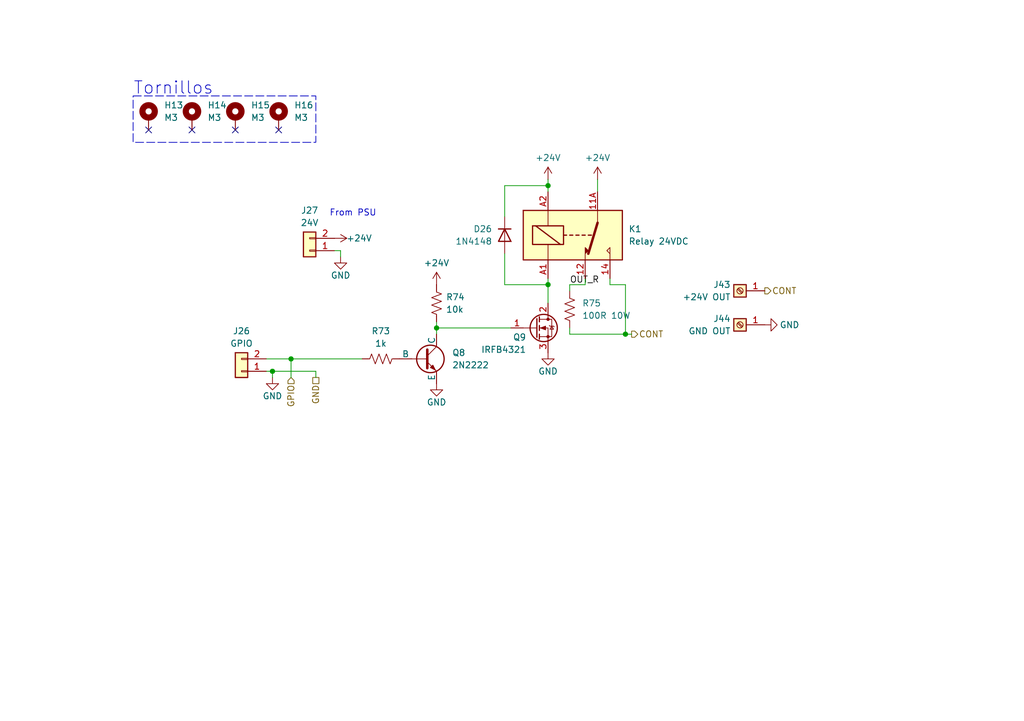
<source format=kicad_sch>
(kicad_sch (version 20250114) (generator "eeschema") (generator_version "9.0")
  (paper "A5")
  (lib_symbols
    (symbol "Connector:Screw_Terminal_01x01" (pin_names (offset 1.016) (hide yes))
      (property "Reference" "J" (at 0 2.54 0))
      (property "Value" "Screw_Terminal_01x01" (at 0 -2.54 0))
      (symbol "Screw_Terminal_01x01_1_1"
        (rectangle (start -1.27 1.27) (end 1.27 -1.27) (stroke (width 0.254)) (fill (type background)))
        (polyline (pts (xy -0.5334 0.3302) (xy 0.3302 -0.508)) (stroke (width 0.1524)))
        (polyline (pts (xy -0.3556 0.508) (xy 0.508 -0.3302)) (stroke (width 0.1524)))
        (circle (center 0 0) (radius 0.635) (stroke (width 0.1524)))
        (pin passive line (at -5.08 0 0) (length 3.81) (name "Pin_1") (number "1"))
      )
    )
    (symbol "Connector_Generic:Conn_01x02" (pin_names (offset 1.016) (hide yes))
      (property "Reference" "J" (at 0 2.54 0))
      (property "Value" "Conn_01x02" (at 0 -5.08 0))
      (symbol "Conn_01x02_1_1"
        (rectangle (start -1.27 1.27) (end 1.27 -3.81) (stroke (width 0.254)) (fill (type background)))
        (rectangle (start -1.27 0.127) (end 0 -0.127) (stroke (width 0.1524)))
        (rectangle (start -1.27 -2.413) (end 0 -2.667) (stroke (width 0.1524)))
        (pin passive line (at -5.08 0 0) (length 3.81) (name "Pin_1") (number "1"))
        (pin passive line (at -5.08 -2.54 0) (length 3.81) (name "Pin_2") (number "2"))
      )
    )
    (symbol "Device:Q_NMOS_GDS" (pin_names (offset 0) (hide yes))
      (property "Reference" "Q" (at 5.08 1.27 0))
      (property "Value" "Q_NMOS_GDS" (at 5.08 -1.27 0))
      (symbol "Q_NMOS_GDS_0_1"
        (polyline (pts (xy 0.254 1.905) (xy 0.254 -1.905)) (stroke (width 0.254)))
        (polyline (pts (xy 0.254 0) (xy -2.54 0)))
        (polyline (pts (xy 0.762 2.286) (xy 0.762 1.27)) (stroke (width 0.254)))
        (polyline (pts (xy 0.762 0.508) (xy 0.762 -0.508)) (stroke (width 0.254)))
        (polyline (pts (xy 0.762 -1.27) (xy 0.762 -2.286)) (stroke (width 0.254)))
        (polyline (pts (xy 0.762 -1.778) (xy 3.302 -1.778) (xy 3.302 1.778) (xy 0.762 1.778)))
        (polyline (pts (xy 1.016 0) (xy 2.032 0.381) (xy 2.032 -0.381) (xy 1.016 0)) (fill (type outline)))
        (circle (center 1.651 0) (radius 2.794) (stroke (width 0.254)))
        (polyline (pts (xy 2.54 2.54) (xy 2.54 1.778)))
        (circle (center 2.54 1.778) (radius 0.254) (fill (type outline)))
        (circle (center 2.54 -1.778) (radius 0.254) (fill (type outline)))
        (polyline (pts (xy 2.54 -2.54) (xy 2.54 0) (xy 0.762 0)))
        (polyline (pts (xy 2.794 0.508) (xy 2.921 0.381) (xy 3.683 0.381) (xy 3.81 0.254)))
        (polyline (pts (xy 3.302 0.381) (xy 2.921 -0.254) (xy 3.683 -0.254) (xy 3.302 0.381)))
      )
      (symbol "Q_NMOS_GDS_1_1"
        (pin input line (at -5.08 0 0) (length 2.54) (name "G") (number "1"))
        (pin passive line (at 2.54 5.08 270) (length 2.54) (name "D") (number "2"))
        (pin passive line (at 2.54 -5.08 90) (length 2.54) (name "S") (number "3"))
      )
    )
    (symbol "Device:R_US" (pin_numbers (hide yes)) (pin_names (offset 0))
      (property "Reference" "R" (at 2.54 0 90))
      (property "Value" "R_US" (at -2.54 0 90))
      (symbol "R_US_0_1"
        (polyline (pts (xy 0 2.286) (xy 0 2.54)))
        (polyline (pts (xy 0 2.286) (xy 1.016 1.905) (xy 0 1.524) (xy -1.016 1.143) (xy 0 0.762)))
        (polyline (pts (xy 0 0.762) (xy 1.016 0.381) (xy 0 0) (xy -1.016 -0.381) (xy 0 -0.762)))
        (polyline (pts (xy 0 -0.762) (xy 1.016 -1.143) (xy 0 -1.524) (xy -1.016 -1.905) (xy 0 -2.286)))
        (polyline (pts (xy 0 -2.286) (xy 0 -2.54)))
      )
      (symbol "R_US_1_1"
        (pin passive line (at 0 3.81 270) (length 1.27) (name "~") (number "1"))
        (pin passive line (at 0 -3.81 90) (length 1.27) (name "~") (number "2"))
      )
    )
    (symbol "Diode:1N4148" (pin_numbers (hide yes)) (pin_names (hide yes))
      (property "Reference" "D" (at 0 2.54 0))
      (property "Value" "1N4148" (at 0 -2.54 0))
      (symbol "1N4148_0_1"
        (polyline (pts (xy -1.27 1.27) (xy -1.27 -1.27)) (stroke (width 0.254)))
        (polyline (pts (xy 1.27 1.27) (xy 1.27 -1.27) (xy -1.27 0) (xy 1.27 1.27)) (stroke (width 0.254)))
        (polyline (pts (xy 1.27 0) (xy -1.27 0)))
      )
      (symbol "1N4148_1_1"
        (pin passive line (at -3.81 0 0) (length 2.54) (name "K") (number "1"))
        (pin passive line (at 3.81 0 180) (length 2.54) (name "A") (number "2"))
      )
    )
    (symbol "Mechanical:MountingHole_Pad" (pin_numbers (hide yes)) (pin_names (offset 1.016) (hide yes)) (exclude_from_sim yes) (in_bom no)
      (property "Reference" "H" (at 0 6.35 0))
      (property "Value" "MountingHole_Pad" (at 0 4.445 0))
      (symbol "MountingHole_Pad_0_1"
        (circle (center 0 1.27) (radius 1.27) (stroke (width 1.27)))
      )
      (symbol "MountingHole_Pad_1_1"
        (pin input line (at 0 -2.54 90) (length 2.54) (name "1") (number "1"))
      )
    )
    (symbol "Relay:Y14x-1C-xxDS"
      (property "Reference" "K1" (at 11.43 -1.27 0))
      (property "Value" "Relay 24VDC" (at 11.43 1.27 0))
      (symbol "Y14x-1C-xxDS_0_0"
        (polyline (pts (xy 7.62 5.08) (xy 7.62 2.54) (xy 6.985 3.175) (xy 7.62 3.81)))
      )
      (symbol "Y14x-1C-xxDS_0_1"
        (rectangle (start -10.16 5.08) (end 10.16 -5.08) (stroke (width 0.254)) (fill (type background)))
        (rectangle (start -8.255 1.905) (end -1.905 -1.905) (stroke (width 0.254)))
        (polyline (pts (xy -7.62 -1.905) (xy -2.54 1.905)) (stroke (width 0.254)))
        (polyline (pts (xy -5.08 5.08) (xy -5.08 1.905)))
        (polyline (pts (xy -5.08 -5.08) (xy -5.08 -1.905)))
        (polyline (pts (xy -1.905 0) (xy -1.27 0)) (stroke (width 0.254)))
        (polyline (pts (xy -0.635 0) (xy 0 0)) (stroke (width 0.254)))
        (polyline (pts (xy 0.635 0) (xy 1.27 0)) (stroke (width 0.254)))
        (polyline (pts (xy 1.905 0) (xy 2.54 0)) (stroke (width 0.254)))
        (polyline (pts (xy 2.54 5.08) (xy 2.54 2.54) (xy 3.175 3.175) (xy 2.54 3.81)) (fill (type outline)))
        (polyline (pts (xy 3.175 0) (xy 3.81 0)) (stroke (width 0.254)))
        (polyline (pts (xy 5.08 -2.54) (xy 3.175 3.81)) (stroke (width 0.508)))
        (polyline (pts (xy 5.08 -2.54) (xy 5.08 -5.08)))
      )
      (symbol "Y14x-1C-xxDS_1_1"
        (pin passive line (at -5.08 8.89 270) (length 3.81) (name "~") (number "A1"))
        (pin passive line (at -5.08 -8.89 90) (length 3.81) (name "~") (number "A2"))
        (pin passive line (at 2.54 8.89 270) (length 3.81) (name "~") (number "12"))
        (pin passive line (at 5.08 -8.89 90) (length 3.81) (name "") (number "11A"))
        (pin passive line (at 5.08 -8.89 90) (length 3.81) (hide yes) (name "") (number "11B"))
        (pin passive line (at 7.62 8.89 270) (length 3.81) (name "") (number "14"))
      )
    )
    (symbol "Simulation_SPICE:NPN" (pin_numbers (hide yes)) (pin_names (offset 0))
      (property "Reference" "Q" (at -2.54 7.62 0))
      (property "Value" "NPN" (at -2.54 5.08 0))
      (symbol "NPN_0_1"
        (polyline (pts (xy -2.54 0) (xy 0.635 0)) (stroke (width 0.1524)))
        (polyline (pts (xy 0.635 1.905) (xy 0.635 -1.905) (xy 0.635 -1.905)) (stroke (width 0.508)))
        (polyline (pts (xy 0.635 0.635) (xy 2.54 2.54)))
        (polyline (pts (xy 0.635 -0.635) (xy 2.54 -2.54) (xy 2.54 -2.54)))
        (circle (center 1.27 0) (radius 2.8194) (stroke (width 0.254)))
        (polyline (pts (xy 1.27 -1.778) (xy 1.778 -1.27) (xy 2.286 -2.286) (xy 1.27 -1.778) (xy 1.27 -1.778)) (fill (type outline)))
        (polyline (pts (xy 2.794 -1.27) (xy 2.794 -1.27)) (stroke (width 0.1524)))
        (polyline (pts (xy 2.794 -1.27) (xy 2.794 -1.27)) (stroke (width 0.1524)))
      )
      (symbol "NPN_1_1"
        (pin input line (at -5.08 0 0) (length 2.54) (name "B") (number "2"))
        (pin open_collector line (at 2.54 5.08 270) (length 2.54) (name "C") (number "1"))
        (pin open_emitter line (at 2.54 -5.08 90) (length 2.54) (name "E") (number "3"))
      )
    )
    (symbol "power:+24V" (power) (pin_numbers (hide yes)) (pin_names (offset 0) (hide yes))
      (property "Value" "+24V" (at 0 3.556 0))
      (symbol "+24V_0_1"
        (polyline (pts (xy -0.762 1.27) (xy 0 2.54)))
        (polyline (pts (xy 0 2.54) (xy 0.762 1.27)))
        (polyline (pts (xy 0 0) (xy 0 2.54)))
      )
      (symbol "+24V_1_1"
        (pin power_in line (at 0 0 90) (length 0) (name "~") (number "1"))
      )
    )
    (symbol "power:GND" (power) (pin_names (offset 0))
      (property "Value" "GND" (at 0 -3.81 0))
      (symbol "GND_0_1"
        (polyline (pts (xy 0 0) (xy 0 -1.27) (xy 1.27 -1.27) (xy 0 -2.54) (xy -1.27 -1.27) (xy 0 -1.27)))
      )
      (symbol "GND_1_1"
        (pin power_in line (at 0 0 270) (length 0) (hide yes) (name "GND") (number "1"))
      )
    )
  )
  (rectangle (start 27.305 19.685) (end 64.77 29.21) (stroke (width 0) (type dash)))
  (text "From PSU" (at 72.39 43.815 0) (effects (font (size 1.27 1.27))))
  (text "Tornillos" (at 27.305 19.685 0) (effects (font (size 2.54 2.54)) (justify left bottom)))
  (junction (at 112.395 38.1))
  (junction (at 128.27 68.58))
  (junction (at 112.395 58.42))
  (junction (at 59.69 73.66))
  (junction (at 89.535 67.31))
  (junction (at 55.88 76.2))
  (no_connect (at 48.26 26.67))
  (no_connect (at 30.48 26.67))
  (no_connect (at 39.37 26.67))
  (no_connect (at 57.15 26.67))
  (wire (pts (xy 103.505 38.1) (xy 103.505 44.45)))
  (wire (pts (xy 128.27 68.58) (xy 129.54 68.58)))
  (wire (pts (xy 116.84 68.58) (xy 116.84 67.31)))
  (wire (pts (xy 125.095 58.42) (xy 128.27 58.42)))
  (wire (pts (xy 55.88 76.2) (xy 54.61 76.2)))
  (wire (pts (xy 116.84 59.69) (xy 116.84 58.42)))
  (wire (pts (xy 64.77 76.2) (xy 55.88 76.2)))
  (wire (pts (xy 59.69 73.66) (xy 74.295 73.66)))
  (wire (pts (xy 64.77 77.47) (xy 64.77 76.2)))
  (wire (pts (xy 103.505 52.07) (xy 103.505 58.42)))
  (wire (pts (xy 103.505 38.1) (xy 112.395 38.1)))
  (wire (pts (xy 120.015 58.42) (xy 120.015 57.15)))
  (wire (pts (xy 125.095 58.42) (xy 125.095 57.15)))
  (wire (pts (xy 89.535 67.31) (xy 104.775 67.31)))
  (wire (pts (xy 54.61 73.66) (xy 59.69 73.66)))
  (wire (pts (xy 89.535 67.31) (xy 89.535 68.58)))
  (wire (pts (xy 69.85 51.435) (xy 68.58 51.435)))
  (wire (pts (xy 116.84 68.58) (xy 128.27 68.58)))
  (wire (pts (xy 103.505 58.42) (xy 112.395 58.42)))
  (wire (pts (xy 112.395 38.1) (xy 112.395 39.37)))
  (wire (pts (xy 112.395 36.83) (xy 112.395 38.1)))
  (wire (pts (xy 112.395 57.15) (xy 112.395 58.42)))
  (wire (pts (xy 89.535 66.04) (xy 89.535 67.31)))
  (wire (pts (xy 112.395 58.42) (xy 112.395 62.23)))
  (wire (pts (xy 69.85 51.435) (xy 69.85 52.705)))
  (wire (pts (xy 122.555 36.83) (xy 122.555 39.37)))
  (wire (pts (xy 59.69 77.47) (xy 59.69 73.66)))
  (wire (pts (xy 116.84 58.42) (xy 120.015 58.42)))
  (wire (pts (xy 55.88 77.47) (xy 55.88 76.2)))
  (wire (pts (xy 128.27 58.42) (xy 128.27 68.58)))
  (label "OUT_R" (at 116.84 58.42 0))
  (hierarchical_label "GND" (shape passive) (at 64.77 77.47 270))
  (hierarchical_label "GPIO" (shape input) (at 59.69 77.47 270))
  (hierarchical_label "CONT" (shape output) (at 156.845 59.69 0))
  (hierarchical_label "CONT" (shape output) (at 129.54 68.58 0))
  (symbol (lib_id "Relay:Y14x-1C-xxDS") (at 117.475 48.26 0) (mirror x) (unit 1)
    (property "Reference" "K1" (at 128.905 46.99 0) (effects (justify left)))
    (property "Value" "Relay 24VDC" (at 128.905 49.53 0) (effects (justify left)))
    (property "Footprint" "Relay_THT:Relay_SPDT_RAYEX-L90" (effects (hide yes)))
    (property "Datasheet" "https://www.lcsc.com/datasheet/C688871.pdf" (effects (hide yes)))
  )
  (symbol (lib_id "Connector_Generic:Conn_01x02") (at 63.5 51.435 180) (unit 1)
    (property "Reference" "J27" (at 63.5 43.18 0))
    (property "Value" "24V" (at 63.5 45.72 0))
    (property "Footprint" "RTSpeed:Barrier_1x02" (effects (hide yes)))
    (property "Description" "Generic connector, single row, 01x02, script generated (kicad-library-utils/schlib/autogen/connector/)" (effects (hide yes)))
  )
  (symbol (lib_id "Device:R_US") (at 78.105 73.66 90) (unit 1)
    (property "Reference" "R73" (at 78.105 67.945 90))
    (property "Value" "1k" (at 78.105 70.485 90))
    (property "Footprint" "Resistor_THT:R_Axial_DIN0207_L6.3mm_D2.5mm_P15.24mm_Horizontal" (effects (hide yes)))
    (property "Description" "Resistor, US symbol" (effects (hide yes)))
  )
  (symbol (lib_id "Diode:1N4148") (at 103.505 48.26 270) (unit 1)
    (property "Reference" "D26" (at 100.965 46.99 90) (effects (justify right)))
    (property "Value" "1N4148" (at 100.965 49.53 90) (effects (justify right)))
    (property "Footprint" "Diode_THT:D_DO-35_SOD27_P7.62mm_Horizontal" (effects (hide yes)))
    (property "Datasheet" "https://assets.nexperia.com/documents/data-sheet/1N4148_1N4448.pdf" (effects (hide yes)))
    (property "Description" "100V 0.15A standard switching diode, DO-35" (effects (hide yes)))
    (property "Sim.Device" "D" (effects (hide yes)))
    (property "Sim.Pins" "1=K 2=A" (effects (hide yes)))
  )
  (symbol (lib_id "Simulation_SPICE:NPN") (at 86.995 73.66 0) (unit 1)
    (property "Reference" "Q8" (at 92.71 72.39 0) (effects (justify left)))
    (property "Value" "2N2222" (at 92.71 74.93 0) (effects (justify left)))
    (property "Footprint" "Package_TO_SOT_THT:TO-92_Inline" (effects (hide yes)))
    (property "Datasheet" "https://ngspice.sourceforge.io/docs/ngspice-html-manual/manual.xhtml#cha_BJTs" (effects (hide yes)))
    (property "Description" "Bipolar transistor symbol for simulation only, substrate tied to the emitter" (effects (hide yes)))
    (property "Sim.Device" "NPN" (effects (hide yes)))
    (property "Sim.Type" "GUMMELPOON" (effects (hide yes)))
    (property "Sim.Pins" "1=C 2=B 3=E" (effects (hide yes)))
  )
  (symbol (lib_id "power:+24V") (at 89.535 58.42 0) (unit 1)
    (property "Reference" "#PWR0174" (effects (hide yes)))
    (property "Value" "+24V" (at 89.535 53.975 0))
    (property "Description" "Power symbol creates a global label with name \"+24V\"" (effects (hide yes)))
  )
  (symbol (lib_id "power:+24V") (at 68.58 48.895 270) (unit 1)
    (property "Reference" "#PWR0170" (effects (hide yes)))
    (property "Value" "+24V" (at 73.66 48.895 90))
    (property "Description" "Power symbol creates a global label with name \"+24V\"" (effects (hide yes)))
  )
  (symbol (lib_id "power:+24V") (at 112.395 36.83 0) (unit 1)
    (property "Reference" "#PWR0176" (effects (hide yes)))
    (property "Value" "+24V" (at 112.395 32.385 0))
    (property "Description" "Power symbol creates a global label with name \"+24V\"" (effects (hide yes)))
  )
  (symbol (lib_id "Device:Q_NMOS_GDS") (at 109.855 67.31 0) (unit 1)
    (property "Reference" "Q9" (at 107.95 69.215 0) (effects (justify right)))
    (property "Value" "IRFB4321" (at 107.95 71.755 0) (effects (justify right)))
    (property "Footprint" "Package_TO_SOT_THT:TO-220-3_Vertical" (effects (hide yes)))
    (property "Datasheet" "https://www.infineon.com/dgdl/Infineon-IRFB4321-DataSheet-v01_01-EN.pdf?fileId=5546d462533600a4015356162af41e33" (effects (hide yes)))
    (property "Description" "N-MOSFET transistor, gate/drain/source" (effects (hide yes)))
    (property "LCSC part" " C2656" (effects (hide yes)))
  )
  (symbol (lib_id "Device:R_US") (at 89.535 62.23 0) (unit 1)
    (property "Reference" "R74" (at 91.44 60.96 0) (effects (justify left)))
    (property "Value" "10k" (at 91.44 63.5 0) (effects (justify left)))
    (property "Footprint" "Resistor_THT:R_Axial_DIN0207_L6.3mm_D2.5mm_P15.24mm_Horizontal" (effects (hide yes)))
    (property "Description" "Resistor, US symbol" (effects (hide yes)))
  )
  (symbol (lib_id "power:GND") (at 55.88 77.47 0) (unit 1)
    (property "Reference" "#PWR0172" (effects (hide yes)))
    (property "Value" "GND" (at 55.88 81.28 0))
    (property "Description" "Power symbol creates a global label with name \"GND\" , ground" (effects (hide yes)))
  )
  (symbol (lib_id "Connector:Screw_Terminal_01x01") (at 151.765 66.675 180) (unit 1)
    (property "Reference" "J44" (at 149.86 65.405 0) (effects (justify left)))
    (property "Value" "GND OUT" (at 149.86 67.945 0) (effects (justify left)))
    (property "Footprint" "MountingHole:MountingHole_2.5mm_Pad_TopBottom" (effects (hide yes)))
    (property "Datasheet" "-" (effects (hide yes)))
    (property "LCSC part" "-" (effects (hide yes)))
  )
  (symbol (lib_id "Mechanical:MountingHole_Pad") (at 39.37 24.13 0) (unit 1)
    (property "Reference" "H14" (at 42.545 21.59 0) (effects (justify left)))
    (property "Value" "M3" (at 42.545 24.13 0) (effects (justify left)))
    (property "Footprint" "MountingHole:MountingHole_3.2mm_M3" (effects (hide yes)))
    (property "Description" "Mounting Hole with connection" (effects (hide yes)))
  )
  (symbol (lib_id "power:GND") (at 156.845 66.675 90) (unit 1)
    (property "Reference" "#PWR091" (effects (hide yes)))
    (property "Value" "GND" (at 161.925 66.675 90))
    (property "Description" "Power symbol creates a global label with name \"GND\" , ground" (effects (hide yes)))
  )
  (symbol (lib_id "Mechanical:MountingHole_Pad") (at 48.26 24.13 0) (unit 1)
    (property "Reference" "H15" (at 51.435 21.59 0) (effects (justify left)))
    (property "Value" "M3" (at 51.435 24.13 0) (effects (justify left)))
    (property "Footprint" "MountingHole:MountingHole_3.2mm_M3" (effects (hide yes)))
    (property "Description" "Mounting Hole with connection" (effects (hide yes)))
  )
  (symbol (lib_id "power:GND") (at 69.85 52.705 0) (unit 1)
    (property "Reference" "#PWR0171" (effects (hide yes)))
    (property "Value" "GND" (at 69.85 56.515 0))
    (property "Description" "Power symbol creates a global label with name \"GND\" , ground" (effects (hide yes)))
  )
  (symbol (lib_id "Connector_Generic:Conn_01x02") (at 49.53 76.2 180) (unit 1)
    (property "Reference" "J26" (at 49.53 67.945 0))
    (property "Value" "GPIO" (at 49.53 70.485 0))
    (property "Footprint" "Connector_JST:JST_PH_B2B-PH-K_1x02_P2.00mm_Vertical" (effects (hide yes)))
    (property "Description" "Generic connector, single row, 01x02, script generated (kicad-library-utils/schlib/autogen/connector/)" (effects (hide yes)))
  )
  (symbol (lib_id "Device:R_US") (at 116.84 63.5 0) (unit 1)
    (property "Reference" "R75" (at 119.38 62.23 0) (effects (justify left)))
    (property "Value" "100R 10W" (at 119.38 64.77 0) (effects (justify left)))
    (property "Footprint" "RTSpeed:R_Power_22x9.5x9.5_P18mm" (effects (hide yes)))
    (property "Datasheet" "https://www.lcsc.com/datasheet/C349082.pdf" (effects (hide yes)))
    (property "Description" "Resistor, US symbol" (effects (hide yes)))
  )
  (symbol (lib_id "power:GND") (at 89.535 78.74 0) (unit 1)
    (property "Reference" "#PWR0175" (effects (hide yes)))
    (property "Value" "GND" (at 89.535 82.55 0))
    (property "Description" "Power symbol creates a global label with name \"GND\" , ground" (effects (hide yes)))
  )
  (symbol (lib_id "power:+24V") (at 122.555 36.83 0) (unit 1)
    (property "Reference" "#PWR0178" (effects (hide yes)))
    (property "Value" "+24V" (at 122.555 32.385 0))
    (property "Description" "Power symbol creates a global label with name \"+24V\"" (effects (hide yes)))
  )
  (symbol (lib_id "Mechanical:MountingHole_Pad") (at 30.48 24.13 0) (unit 1)
    (property "Reference" "H13" (at 33.655 21.59 0) (effects (justify left)))
    (property "Value" "M3" (at 33.655 24.13 0) (effects (justify left)))
    (property "Footprint" "MountingHole:MountingHole_3.2mm_M3" (effects (hide yes)))
    (property "Description" "Mounting Hole with connection" (effects (hide yes)))
  )
  (symbol (lib_id "power:GND") (at 112.395 72.39 0) (unit 1)
    (property "Reference" "#PWR0177" (effects (hide yes)))
    (property "Value" "GND" (at 112.395 76.2 0))
    (property "Description" "Power symbol creates a global label with name \"GND\" , ground" (effects (hide yes)))
  )
  (symbol (lib_id "Mechanical:MountingHole_Pad") (at 57.15 24.13 0) (unit 1)
    (property "Reference" "H16" (at 60.325 21.59 0) (effects (justify left)))
    (property "Value" "M3" (at 60.325 24.13 0) (effects (justify left)))
    (property "Footprint" "MountingHole:MountingHole_3.2mm_M3" (effects (hide yes)))
    (property "Description" "Mounting Hole with connection" (effects (hide yes)))
  )
  (symbol (lib_id "Connector:Screw_Terminal_01x01") (at 151.765 59.69 180) (unit 1)
    (property "Reference" "J43" (at 149.86 58.42 0) (effects (justify left)))
    (property "Value" "+24V OUT" (at 149.86 60.96 0) (effects (justify left)))
    (property "Footprint" "MountingHole:MountingHole_2.5mm_Pad_TopBottom" (effects (hide yes)))
    (property "Datasheet" "-" (effects (hide yes)))
    (property "LCSC part" "-" (effects (hide yes)))
  )
)
</source>
